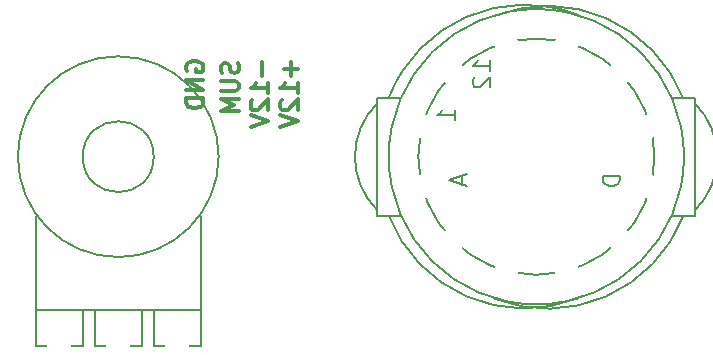
<source format=gbo>
G04 (created by PCBNEW (2013-03-31 BZR 4008)-stable) date 2013-07-29 6:50:27 PM*
%MOIN*%
G04 Gerber Fmt 3.4, Leading zero omitted, Abs format*
%FSLAX34Y34*%
G01*
G70*
G90*
G04 APERTURE LIST*
%ADD10C,0.006*%
%ADD11C,0.011811*%
%ADD12C,0.00590551*%
%ADD13C,0.0802748*%
%ADD14R,0.0802748X0.0802748*%
%ADD15C,0.080315*%
G04 APERTURE END LIST*
G54D10*
G54D11*
X15818Y-9983D02*
X15790Y-9926D01*
X15790Y-9842D01*
X15818Y-9758D01*
X15874Y-9701D01*
X15930Y-9673D01*
X16043Y-9645D01*
X16127Y-9645D01*
X16240Y-9673D01*
X16296Y-9701D01*
X16352Y-9758D01*
X16380Y-9842D01*
X16380Y-9898D01*
X16352Y-9983D01*
X16324Y-10011D01*
X16127Y-10011D01*
X16127Y-9898D01*
X16380Y-10264D02*
X15790Y-10264D01*
X16380Y-10601D01*
X15790Y-10601D01*
X16380Y-10883D02*
X15790Y-10883D01*
X15790Y-11023D01*
X15818Y-11107D01*
X15874Y-11164D01*
X15930Y-11192D01*
X16043Y-11220D01*
X16127Y-11220D01*
X16240Y-11192D01*
X16296Y-11164D01*
X16352Y-11107D01*
X16380Y-11023D01*
X16380Y-10883D01*
X17533Y-9715D02*
X17561Y-9800D01*
X17561Y-9940D01*
X17533Y-9997D01*
X17505Y-10025D01*
X17449Y-10053D01*
X17393Y-10053D01*
X17336Y-10025D01*
X17308Y-9997D01*
X17280Y-9940D01*
X17252Y-9828D01*
X17224Y-9772D01*
X17196Y-9744D01*
X17140Y-9715D01*
X17083Y-9715D01*
X17027Y-9744D01*
X16999Y-9772D01*
X16971Y-9828D01*
X16971Y-9969D01*
X16999Y-10053D01*
X16971Y-10306D02*
X17449Y-10306D01*
X17505Y-10334D01*
X17533Y-10362D01*
X17561Y-10419D01*
X17561Y-10531D01*
X17533Y-10587D01*
X17505Y-10615D01*
X17449Y-10643D01*
X16971Y-10643D01*
X17561Y-10925D02*
X16971Y-10925D01*
X17393Y-11122D01*
X16971Y-11318D01*
X17561Y-11318D01*
X18321Y-9687D02*
X18321Y-10137D01*
X18546Y-10728D02*
X18546Y-10390D01*
X18546Y-10559D02*
X17955Y-10559D01*
X18039Y-10503D01*
X18096Y-10447D01*
X18124Y-10390D01*
X18011Y-10953D02*
X17983Y-10981D01*
X17955Y-11037D01*
X17955Y-11178D01*
X17983Y-11234D01*
X18011Y-11262D01*
X18068Y-11290D01*
X18124Y-11290D01*
X18208Y-11262D01*
X18546Y-10925D01*
X18546Y-11290D01*
X17955Y-11459D02*
X18546Y-11656D01*
X17955Y-11853D01*
X19305Y-9687D02*
X19305Y-10137D01*
X19530Y-9912D02*
X19080Y-9912D01*
X19530Y-10728D02*
X19530Y-10390D01*
X19530Y-10559D02*
X18939Y-10559D01*
X19024Y-10503D01*
X19080Y-10447D01*
X19108Y-10390D01*
X18996Y-10953D02*
X18967Y-10981D01*
X18939Y-11037D01*
X18939Y-11178D01*
X18967Y-11234D01*
X18996Y-11262D01*
X19052Y-11290D01*
X19108Y-11290D01*
X19192Y-11262D01*
X19530Y-10925D01*
X19530Y-11290D01*
X18939Y-11459D02*
X19530Y-11656D01*
X18939Y-11853D01*
G54D12*
X14724Y-17952D02*
X14724Y-19133D01*
X14724Y-19133D02*
X16299Y-19133D01*
X12755Y-17952D02*
X12755Y-19133D01*
X12755Y-19133D02*
X14330Y-19133D01*
X14330Y-19133D02*
X14330Y-17952D01*
X10787Y-19133D02*
X12362Y-19133D01*
X12362Y-19133D02*
X12362Y-17952D01*
X16299Y-17952D02*
X10787Y-17952D01*
X10787Y-19133D02*
X10787Y-14803D01*
X16299Y-19133D02*
X16299Y-14803D01*
X14724Y-12834D02*
G75*
G03X14724Y-12834I-1181J0D01*
G74*
G01*
X16889Y-12834D02*
G75*
G03X16889Y-12834I-3346J0D01*
G74*
G01*
X32775Y-10874D02*
X32775Y-14811D01*
X32775Y-10874D02*
X31988Y-10874D01*
X32775Y-14811D02*
X31988Y-14811D01*
X32775Y-14614D02*
G75*
G03X32775Y-11070I-1771J1771D01*
G74*
G01*
X26080Y-17566D02*
G75*
G03X32380Y-14813I1773J4526D01*
G74*
G01*
X26080Y-8142D02*
G75*
G02X32380Y-10895I1773J-4526D01*
G74*
G01*
X28864Y-8103D02*
G75*
G03X22563Y-10855I-1773J-4526D01*
G74*
G01*
X28860Y-17558D02*
G75*
G02X22559Y-14805I-1773J4526D01*
G74*
G01*
X22165Y-14606D02*
G75*
G02X22165Y-11062I1771J1771D01*
G74*
G01*
X22165Y-14803D02*
X22952Y-14803D01*
X22165Y-10866D02*
X22952Y-10866D01*
X22165Y-10866D02*
X22165Y-14803D01*
X32401Y-12834D02*
G75*
G03X32401Y-12834I-4921J0D01*
G74*
G01*
X31417Y-12834D02*
G75*
G03X31417Y-12834I-3937J0D01*
G74*
G01*
X25947Y-9966D02*
X25947Y-9628D01*
X25947Y-9797D02*
X25357Y-9797D01*
X25441Y-9741D01*
X25497Y-9685D01*
X25525Y-9628D01*
X25413Y-10191D02*
X25385Y-10219D01*
X25357Y-10275D01*
X25357Y-10416D01*
X25385Y-10472D01*
X25413Y-10500D01*
X25469Y-10528D01*
X25525Y-10528D01*
X25610Y-10500D01*
X25947Y-10163D01*
X25947Y-10528D01*
X24766Y-11625D02*
X24766Y-11287D01*
X24766Y-11456D02*
X24176Y-11456D01*
X24260Y-11400D01*
X24316Y-11344D01*
X24344Y-11287D01*
X30278Y-13467D02*
X29687Y-13467D01*
X29687Y-13607D01*
X29715Y-13692D01*
X29772Y-13748D01*
X29828Y-13776D01*
X29940Y-13804D01*
X30025Y-13804D01*
X30137Y-13776D01*
X30194Y-13748D01*
X30250Y-13692D01*
X30278Y-13607D01*
X30278Y-13467D01*
X24991Y-13481D02*
X24991Y-13762D01*
X25160Y-13425D02*
X24569Y-13622D01*
X25160Y-13818D01*
%LPC*%
G54D13*
X13543Y-19133D03*
X11574Y-19133D03*
X15511Y-19133D03*
G54D14*
X19216Y-8858D03*
G54D13*
X18216Y-8858D03*
X17216Y-8858D03*
X16216Y-8858D03*
G54D14*
X24803Y-18897D03*
G54D13*
X21653Y-18897D03*
X22653Y-18897D03*
G54D14*
X20653Y-18897D03*
G54D15*
X23677Y-11814D03*
X24696Y-10051D03*
X26460Y-9031D03*
X28500Y-9031D03*
X30263Y-10051D03*
X31283Y-11814D03*
X29645Y-12834D03*
X25314Y-12834D03*
X23677Y-13854D03*
X24696Y-15618D03*
X26460Y-16637D03*
X28500Y-16637D03*
X30263Y-15618D03*
X31283Y-13854D03*
M02*

</source>
